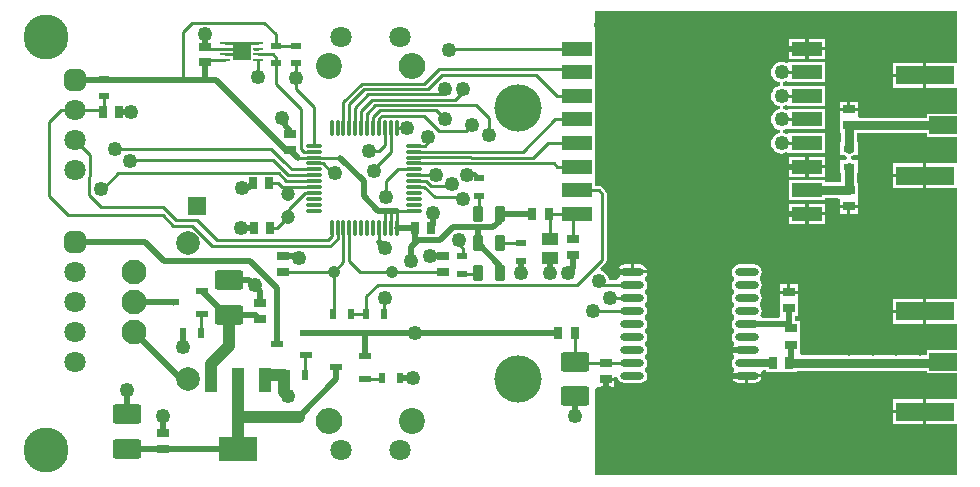
<source format=gtl>
G04*
G04 #@! TF.GenerationSoftware,Altium Limited,Altium Designer,18.1.1 (9)*
G04*
G04 Layer_Physical_Order=1*
G04 Layer_Color=255*
%FSLAX42Y42*%
%MOMM*%
G71*
G01*
G75*
%ADD41C,4.00*%
%ADD42C,1.20*%
%ADD43R,1.00X2.15*%
%ADD44R,3.25X2.15*%
%ADD45R,0.95X0.60*%
%ADD46R,1.50X1.50*%
%ADD47R,0.85X0.25*%
%ADD48R,1.00X0.80*%
G04:AMPARAMS|DCode=49|XSize=1.66mm|YSize=2.42mm|CornerRadius=0.25mm|HoleSize=0mm|Usage=FLASHONLY|Rotation=270.000|XOffset=0mm|YOffset=0mm|HoleType=Round|Shape=RoundedRectangle|*
%AMROUNDEDRECTD49*
21,1,1.66,1.92,0,0,270.0*
21,1,1.16,2.42,0,0,270.0*
1,1,0.50,-0.96,-0.58*
1,1,0.50,-0.96,0.58*
1,1,0.50,0.96,0.58*
1,1,0.50,0.96,-0.58*
%
%ADD49ROUNDEDRECTD49*%
%ADD50R,0.80X1.00*%
%ADD51R,1.02X0.74*%
%ADD52O,1.45X0.30*%
%ADD53O,0.30X1.45*%
%ADD54R,0.60X0.95*%
%ADD55R,1.00X0.60*%
%ADD56R,0.74X1.02*%
%ADD57R,4.90X1.60*%
%ADD58R,2.35X1.50*%
%ADD59R,1.45X1.00*%
G04:AMPARAMS|DCode=60|XSize=0.86mm|YSize=1.35mm|CornerRadius=0.22mm|HoleSize=0mm|Usage=FLASHONLY|Rotation=0.000|XOffset=0mm|YOffset=0mm|HoleType=Round|Shape=RoundedRectangle|*
%AMROUNDEDRECTD60*
21,1,0.86,0.91,0,0,0.0*
21,1,0.42,1.35,0,0,0.0*
1,1,0.44,0.21,-0.46*
1,1,0.44,-0.21,-0.46*
1,1,0.44,-0.21,0.46*
1,1,0.44,0.21,0.46*
%
%ADD60ROUNDEDRECTD60*%
%ADD61R,2.50X1.20*%
%ADD62O,2.00X0.70*%
%ADD63C,0.25*%
%ADD64C,1.00*%
%ADD65C,0.80*%
%ADD66C,0.50*%
%ADD67C,0.70*%
%ADD68C,1.06*%
%ADD69C,1.80*%
%ADD70O,2.25X2.20*%
%ADD71C,2.20*%
G04:AMPARAMS|DCode=72|XSize=1.8mm|YSize=1.8mm|CornerRadius=0.45mm|HoleSize=0mm|Usage=FLASHONLY|Rotation=270.000|XOffset=0mm|YOffset=0mm|HoleType=Round|Shape=RoundedRectangle|*
%AMROUNDEDRECTD72*
21,1,1.80,0.90,0,0,270.0*
21,1,0.90,1.80,0,0,270.0*
1,1,0.90,-0.45,-0.45*
1,1,0.90,-0.45,0.45*
1,1,0.90,0.45,0.45*
1,1,0.90,0.45,-0.45*
%
%ADD72ROUNDEDRECTD72*%
%ADD73C,2.00*%
%ADD74C,2.10*%
%ADD75C,1.25*%
%ADD76C,3.80*%
%ADD77C,1.00*%
G36*
X7964Y3555D02*
X7963Y3530D01*
X7939Y3530D01*
X7705D01*
Y3425D01*
Y3320D01*
X7939D01*
X7963Y3320D01*
X7964Y3295D01*
Y3100D01*
X7707D01*
Y3066D01*
X7149D01*
X7125Y3070D01*
X7125Y3091D01*
Y3122D01*
X7050D01*
X6975D01*
Y3090D01*
X6975Y3070D01*
X6975Y3045D01*
Y2935D01*
X6984D01*
Y2855D01*
X6977D01*
Y2745D01*
X7015D01*
X7017Y2743D01*
X7029Y2738D01*
X7031Y2725D01*
X7029Y2712D01*
X7017Y2707D01*
X7015Y2705D01*
X6977D01*
Y2595D01*
X6984D01*
Y2516D01*
X6845D01*
Y2535D01*
X6545D01*
Y2365D01*
X6845D01*
Y2384D01*
X6951D01*
X6975Y2380D01*
X6975Y2359D01*
Y2328D01*
X7125D01*
Y2360D01*
X7125Y2380D01*
X7125Y2405D01*
Y2515D01*
X7116D01*
Y2595D01*
X7123D01*
Y2705D01*
X7085D01*
X7083Y2707D01*
X7071Y2712D01*
X7069Y2725D01*
X7071Y2738D01*
X7083Y2743D01*
X7085Y2745D01*
X7123D01*
Y2855D01*
X7116D01*
Y2934D01*
X7707D01*
Y2900D01*
X7964D01*
Y2705D01*
X7963Y2680D01*
X7939Y2680D01*
X7705D01*
Y2575D01*
Y2470D01*
X7939D01*
X7963Y2470D01*
X7964Y2445D01*
Y1555D01*
X7963Y1530D01*
X7939Y1530D01*
X7705D01*
Y1425D01*
Y1320D01*
X7939D01*
X7963Y1320D01*
X7964Y1295D01*
Y1100D01*
X7707D01*
Y1056D01*
X6653D01*
X6636Y1074D01*
Y1196D01*
X6636Y1199D01*
Y1221D01*
X6636Y1224D01*
Y1346D01*
X6591D01*
Y1387D01*
X6615D01*
Y1497D01*
X6615Y1518D01*
X6615Y1543D01*
Y1575D01*
X6465D01*
Y1543D01*
X6465Y1522D01*
X6465Y1497D01*
Y1387D01*
X6446Y1371D01*
X6313D01*
X6300Y1396D01*
X6307Y1406D01*
X6312Y1430D01*
X6307Y1454D01*
X6294Y1474D01*
Y1496D01*
X6307Y1516D01*
X6312Y1540D01*
X6307Y1564D01*
X6294Y1584D01*
Y1606D01*
X6307Y1626D01*
X6312Y1650D01*
X6307Y1674D01*
X6294Y1694D01*
Y1716D01*
X6307Y1736D01*
X6312Y1760D01*
X6307Y1784D01*
X6294Y1804D01*
X6274Y1817D01*
X6250Y1822D01*
X6120D01*
X6096Y1817D01*
X6076Y1804D01*
X6063Y1784D01*
X6058Y1760D01*
X6063Y1736D01*
X6076Y1716D01*
Y1694D01*
X6063Y1674D01*
X6058Y1650D01*
X6063Y1626D01*
X6076Y1606D01*
Y1584D01*
X6063Y1564D01*
X6058Y1540D01*
X6063Y1516D01*
X6076Y1496D01*
Y1474D01*
X6063Y1454D01*
X6058Y1430D01*
X6063Y1406D01*
X6073Y1391D01*
X6075Y1375D01*
X6073Y1359D01*
X6063Y1344D01*
X6058Y1320D01*
X6063Y1296D01*
X6076Y1276D01*
Y1254D01*
X6063Y1234D01*
X6058Y1210D01*
X6063Y1186D01*
X6076Y1166D01*
Y1144D01*
X6063Y1124D01*
X6061Y1113D01*
X6185D01*
Y1087D01*
X6061D01*
X6063Y1076D01*
X6076Y1056D01*
Y1034D01*
X6063Y1014D01*
X6058Y990D01*
X6063Y966D01*
X6076Y946D01*
Y924D01*
X6063Y904D01*
X6061Y893D01*
X6185D01*
X6309D01*
X6307Y904D01*
X6320Y928D01*
X6345D01*
Y915D01*
X6455D01*
X6475Y915D01*
X6500Y915D01*
X6610D01*
Y924D01*
X7707D01*
Y900D01*
X7964D01*
Y705D01*
X7963Y680D01*
X7939Y680D01*
X7705D01*
Y575D01*
Y470D01*
X7939D01*
X7963Y470D01*
X7964Y445D01*
Y36D01*
X4900D01*
Y766D01*
X4915Y785D01*
X4925Y785D01*
X4977D01*
Y850D01*
X4990D01*
Y863D01*
X5065D01*
Y868D01*
X5090Y870D01*
X5093Y856D01*
X5106Y836D01*
X5126Y823D01*
X5150Y818D01*
X5280D01*
X5304Y823D01*
X5324Y836D01*
X5337Y856D01*
X5342Y880D01*
X5337Y904D01*
X5324Y924D01*
Y946D01*
X5337Y966D01*
X5342Y990D01*
X5337Y1014D01*
X5324Y1034D01*
Y1056D01*
X5337Y1076D01*
X5342Y1100D01*
X5337Y1124D01*
X5324Y1144D01*
Y1166D01*
X5337Y1186D01*
X5342Y1210D01*
X5337Y1234D01*
X5324Y1254D01*
Y1276D01*
X5337Y1296D01*
X5342Y1320D01*
X5337Y1344D01*
X5327Y1359D01*
X5325Y1375D01*
X5327Y1391D01*
X5337Y1406D01*
X5342Y1430D01*
X5337Y1454D01*
X5324Y1474D01*
Y1496D01*
X5337Y1516D01*
X5342Y1540D01*
X5337Y1564D01*
X5324Y1584D01*
Y1606D01*
X5337Y1626D01*
X5342Y1650D01*
X5337Y1674D01*
X5324Y1694D01*
Y1716D01*
X5337Y1736D01*
X5339Y1747D01*
X5215D01*
X5091D01*
X5093Y1736D01*
X5106Y1716D01*
Y1712D01*
X5083Y1689D01*
X5018D01*
X5016Y1703D01*
X5007Y1724D01*
X4993Y1743D01*
X4974Y1757D01*
X4955Y1765D01*
X4951Y1772D01*
X4946Y1792D01*
X4987Y1833D01*
X4996Y1845D01*
X4999Y1860D01*
Y2420D01*
X4996Y2435D01*
X4987Y2447D01*
X4957Y2477D01*
X4945Y2486D01*
X4930Y2489D01*
X4900D01*
Y3964D01*
X7964D01*
Y3555D01*
D02*
G37*
%LPC*%
G36*
X6845Y3735D02*
X6708D01*
Y3663D01*
X6845D01*
Y3735D01*
D02*
G37*
G36*
X6682D02*
X6545D01*
Y3663D01*
X6682D01*
Y3735D01*
D02*
G37*
G36*
X6845Y3637D02*
X6708D01*
Y3565D01*
X6845D01*
Y3637D01*
D02*
G37*
G36*
X6682D02*
X6545D01*
Y3565D01*
X6682D01*
Y3637D01*
D02*
G37*
G36*
X7680Y3530D02*
X7422D01*
Y3438D01*
X7680D01*
Y3530D01*
D02*
G37*
G36*
X6480Y3539D02*
X6457Y3536D01*
X6436Y3527D01*
X6417Y3513D01*
X6403Y3494D01*
X6394Y3473D01*
X6391Y3450D01*
X6394Y3427D01*
X6403Y3406D01*
X6417Y3387D01*
X6436Y3373D01*
X6457Y3364D01*
X6465Y3363D01*
X6470Y3363D01*
Y3337D01*
X6465Y3337D01*
X6457Y3336D01*
X6436Y3327D01*
X6417Y3313D01*
X6403Y3294D01*
X6394Y3273D01*
X6391Y3250D01*
X6394Y3227D01*
X6403Y3206D01*
X6417Y3187D01*
X6436Y3173D01*
X6457Y3164D01*
X6465Y3163D01*
X6470Y3163D01*
Y3137D01*
X6465Y3137D01*
X6457Y3136D01*
X6436Y3127D01*
X6417Y3113D01*
X6403Y3094D01*
X6394Y3073D01*
X6391Y3050D01*
X6394Y3027D01*
X6403Y3006D01*
X6417Y2987D01*
X6436Y2973D01*
X6457Y2964D01*
X6465Y2963D01*
X6470Y2963D01*
Y2937D01*
X6465Y2937D01*
X6457Y2936D01*
X6436Y2927D01*
X6417Y2913D01*
X6403Y2894D01*
X6394Y2873D01*
X6391Y2850D01*
X6394Y2827D01*
X6403Y2806D01*
X6417Y2787D01*
X6436Y2773D01*
X6457Y2764D01*
X6480Y2761D01*
X6503Y2764D01*
X6520Y2771D01*
X6545Y2765D01*
Y2765D01*
X6845D01*
Y2935D01*
X6545D01*
X6545Y2935D01*
X6520Y2929D01*
X6503Y2936D01*
X6495Y2937D01*
X6490Y2937D01*
Y2963D01*
X6495Y2963D01*
X6503Y2964D01*
X6520Y2971D01*
X6545Y2965D01*
Y2965D01*
X6845D01*
Y3135D01*
X6545D01*
X6545Y3135D01*
X6520Y3129D01*
X6503Y3136D01*
X6495Y3137D01*
X6490Y3137D01*
Y3163D01*
X6495Y3163D01*
X6503Y3164D01*
X6520Y3171D01*
X6545Y3165D01*
Y3165D01*
X6845D01*
Y3335D01*
X6545D01*
X6545Y3335D01*
X6520Y3329D01*
X6503Y3336D01*
X6495Y3337D01*
X6490Y3337D01*
Y3363D01*
X6495Y3363D01*
X6503Y3364D01*
X6520Y3371D01*
X6545Y3365D01*
Y3365D01*
X6845D01*
Y3535D01*
X6545D01*
X6545Y3535D01*
X6520Y3529D01*
X6503Y3536D01*
X6480Y3539D01*
D02*
G37*
G36*
X7680Y3412D02*
X7422D01*
Y3320D01*
X7680D01*
Y3412D01*
D02*
G37*
G36*
X7125Y3200D02*
X7063D01*
Y3148D01*
X7125D01*
Y3200D01*
D02*
G37*
G36*
X7037D02*
X6975D01*
Y3148D01*
X7037D01*
Y3200D01*
D02*
G37*
G36*
X6845Y2735D02*
X6708D01*
Y2663D01*
X6845D01*
Y2735D01*
D02*
G37*
G36*
X6682D02*
X6545D01*
Y2663D01*
X6682D01*
Y2735D01*
D02*
G37*
G36*
X7680Y2680D02*
X7422D01*
Y2588D01*
X7680D01*
Y2680D01*
D02*
G37*
G36*
X6845Y2637D02*
X6708D01*
Y2565D01*
X6845D01*
Y2637D01*
D02*
G37*
G36*
X6682D02*
X6545D01*
Y2565D01*
X6682D01*
Y2637D01*
D02*
G37*
G36*
X7680Y2562D02*
X7422D01*
Y2470D01*
X7680D01*
Y2562D01*
D02*
G37*
G36*
X6845Y2335D02*
X6708D01*
Y2263D01*
X6845D01*
Y2335D01*
D02*
G37*
G36*
X6682D02*
X6545D01*
Y2263D01*
X6682D01*
Y2335D01*
D02*
G37*
G36*
X7125Y2302D02*
X7063D01*
Y2250D01*
X7125D01*
Y2302D01*
D02*
G37*
G36*
X7037D02*
X6975D01*
Y2250D01*
X7037D01*
Y2302D01*
D02*
G37*
G36*
X6845Y2237D02*
X6708D01*
Y2165D01*
X6845D01*
Y2237D01*
D02*
G37*
G36*
X6682D02*
X6545D01*
Y2165D01*
X6682D01*
Y2237D01*
D02*
G37*
G36*
X5280Y1822D02*
X5228D01*
Y1773D01*
X5339D01*
X5337Y1784D01*
X5324Y1804D01*
X5304Y1817D01*
X5280Y1822D01*
D02*
G37*
G36*
X5202D02*
X5150D01*
X5126Y1817D01*
X5106Y1804D01*
X5093Y1784D01*
X5091Y1773D01*
X5202D01*
Y1822D01*
D02*
G37*
G36*
X6615Y1653D02*
X6553D01*
Y1600D01*
X6615D01*
Y1653D01*
D02*
G37*
G36*
X6527D02*
X6465D01*
Y1600D01*
X6527D01*
Y1653D01*
D02*
G37*
G36*
X7680Y1530D02*
X7422D01*
Y1438D01*
X7680D01*
Y1530D01*
D02*
G37*
G36*
Y1412D02*
X7422D01*
Y1320D01*
X7680D01*
Y1412D01*
D02*
G37*
G36*
X6309Y867D02*
X6198D01*
Y818D01*
X6250D01*
X6274Y823D01*
X6294Y836D01*
X6307Y856D01*
X6309Y867D01*
D02*
G37*
G36*
X6172D02*
X6061D01*
X6063Y856D01*
X6076Y836D01*
X6096Y823D01*
X6120Y818D01*
X6172D01*
Y867D01*
D02*
G37*
G36*
X5065Y837D02*
X5003D01*
Y785D01*
X5065D01*
Y837D01*
D02*
G37*
G36*
X7680Y680D02*
X7422D01*
Y588D01*
X7680D01*
Y680D01*
D02*
G37*
G36*
Y562D02*
X7422D01*
Y470D01*
X7680D01*
Y562D01*
D02*
G37*
%LPD*%
D41*
X4250Y850D02*
D03*
Y3150D02*
D03*
D42*
X2300Y2420D02*
D03*
Y2220D02*
D03*
D43*
X2110Y843D02*
D03*
X1880D02*
D03*
X1650D02*
D03*
D44*
X1880Y258D02*
D03*
D45*
X2370Y3675D02*
D03*
Y3525D02*
D03*
X2200Y3675D02*
D03*
Y3525D02*
D03*
X740Y3395D02*
D03*
Y3245D02*
D03*
X4270Y1855D02*
D03*
Y2005D02*
D03*
X7050Y2800D02*
D03*
Y2650D02*
D03*
X3770Y1745D02*
D03*
Y1895D02*
D03*
X3920Y2405D02*
D03*
Y2555D02*
D03*
D46*
X1908Y3625D02*
D03*
X1530Y2320D02*
D03*
D47*
X1766Y3700D02*
D03*
Y3650D02*
D03*
Y3600D02*
D03*
Y3550D02*
D03*
X2050Y3700D02*
D03*
Y3650D02*
D03*
Y3600D02*
D03*
Y3550D02*
D03*
D48*
X1600Y3667D02*
D03*
Y3533D02*
D03*
X6540Y1588D02*
D03*
Y1452D02*
D03*
X2320Y2790D02*
D03*
Y2925D02*
D03*
X2260Y1895D02*
D03*
Y1760D02*
D03*
X2060Y1362D02*
D03*
Y1498D02*
D03*
X1240Y260D02*
D03*
Y395D02*
D03*
X7050Y3135D02*
D03*
Y3000D02*
D03*
Y2450D02*
D03*
Y2315D02*
D03*
X4710Y2038D02*
D03*
Y1902D02*
D03*
X3610Y1895D02*
D03*
Y1760D02*
D03*
X4990Y985D02*
D03*
Y850D02*
D03*
D49*
X1800Y1393D02*
D03*
Y1688D02*
D03*
X940Y262D02*
D03*
Y557D02*
D03*
X4730Y1000D02*
D03*
Y705D02*
D03*
D50*
X6410Y990D02*
D03*
X6545D02*
D03*
X868Y3110D02*
D03*
X732D02*
D03*
X2005Y2510D02*
D03*
X2140D02*
D03*
X2012Y2130D02*
D03*
X2148D02*
D03*
X3372D02*
D03*
X3508D02*
D03*
D51*
X6560Y1136D02*
D03*
Y1284D02*
D03*
D52*
X2523Y2277D02*
D03*
Y2327D02*
D03*
Y2377D02*
D03*
Y2427D02*
D03*
Y2477D02*
D03*
Y2527D02*
D03*
Y2577D02*
D03*
Y2627D02*
D03*
Y2677D02*
D03*
Y2727D02*
D03*
Y2777D02*
D03*
Y2827D02*
D03*
X3367D02*
D03*
Y2777D02*
D03*
Y2727D02*
D03*
Y2677D02*
D03*
Y2627D02*
D03*
Y2577D02*
D03*
Y2527D02*
D03*
Y2477D02*
D03*
Y2427D02*
D03*
Y2377D02*
D03*
Y2327D02*
D03*
Y2277D02*
D03*
D53*
X2670Y2975D02*
D03*
X2720D02*
D03*
X2770D02*
D03*
X2820D02*
D03*
X2870D02*
D03*
X2920D02*
D03*
X2970D02*
D03*
X3020D02*
D03*
X3070D02*
D03*
X3120D02*
D03*
X3170D02*
D03*
X3220D02*
D03*
Y2130D02*
D03*
X3170D02*
D03*
X3120D02*
D03*
X3070D02*
D03*
X3020D02*
D03*
X2970D02*
D03*
X2920D02*
D03*
X2870D02*
D03*
X2820D02*
D03*
X2770D02*
D03*
X2720D02*
D03*
X2670D02*
D03*
D54*
X3115Y1400D02*
D03*
X2965D02*
D03*
X2835D02*
D03*
X2685D02*
D03*
X1410Y1240D02*
D03*
X1560D02*
D03*
X2295Y890D02*
D03*
X2445D02*
D03*
X3245Y860D02*
D03*
X3095D02*
D03*
D55*
X1330Y1500D02*
D03*
X1570Y1595D02*
D03*
Y1405D02*
D03*
X2450Y1055D02*
D03*
Y1245D02*
D03*
X2210Y1150D02*
D03*
X2950Y855D02*
D03*
Y1045D02*
D03*
X2710Y950D02*
D03*
D56*
X4733Y1240D02*
D03*
X4587D02*
D03*
X4367Y2250D02*
D03*
X4513D02*
D03*
D57*
X7693Y1425D02*
D03*
Y575D02*
D03*
Y2575D02*
D03*
Y3425D02*
D03*
D58*
X7850Y1000D02*
D03*
Y3000D02*
D03*
D59*
X4520Y2040D02*
D03*
Y1880D02*
D03*
D60*
X4094Y2250D02*
D03*
X3906D02*
D03*
Y2000D02*
D03*
X4094D02*
D03*
X3906Y1750D02*
D03*
X4094D02*
D03*
D61*
X6695Y2250D02*
D03*
Y2450D02*
D03*
Y2650D02*
D03*
Y2850D02*
D03*
Y3050D02*
D03*
Y3250D02*
D03*
Y3450D02*
D03*
Y3650D02*
D03*
X4745Y2250D02*
D03*
Y2450D02*
D03*
Y2650D02*
D03*
Y2850D02*
D03*
Y3050D02*
D03*
Y3250D02*
D03*
Y3450D02*
D03*
Y3650D02*
D03*
D62*
X5215Y1760D02*
D03*
Y1650D02*
D03*
Y1540D02*
D03*
Y1430D02*
D03*
Y1320D02*
D03*
Y1210D02*
D03*
Y1100D02*
D03*
Y990D02*
D03*
Y880D02*
D03*
X6185Y1760D02*
D03*
Y1650D02*
D03*
Y1540D02*
D03*
Y1430D02*
D03*
Y1320D02*
D03*
Y1210D02*
D03*
Y1100D02*
D03*
Y990D02*
D03*
Y880D02*
D03*
D63*
X3858Y2583D02*
X3875Y2600D01*
X2110Y843D02*
X2158Y890D01*
X3090Y855D02*
X3095Y860D01*
X2950Y855D02*
X3090D01*
X1800Y1357D02*
X1835Y1393D01*
X1875Y262D02*
X1880Y258D01*
X4960Y1650D02*
X5215D01*
X4930Y1680D02*
X4960Y1650D01*
X3508Y2577D02*
X3530Y2600D01*
X4750Y1650D02*
X4960Y1860D01*
X4880Y1430D02*
X5215D01*
X5215Y1430D01*
X3542Y2390D02*
X3770D01*
X3511Y2485D02*
X3675D01*
X3690Y2500D01*
X3454Y2477D02*
X3542Y2390D01*
X3367Y2477D02*
X3454D01*
X3468Y2527D02*
X3511Y2485D01*
X3367Y2527D02*
X3468D01*
X3813Y2583D02*
X3858D01*
X3834Y2683D02*
X3839Y2677D01*
X3766Y2683D02*
X3834D01*
X3761Y2677D02*
X3766Y2683D01*
X3770Y2390D02*
X3780Y2380D01*
X3367Y2677D02*
X3761D01*
X3368Y2728D02*
X3853D01*
X3368Y2777D02*
X4287D01*
X3458Y2827D02*
X3490Y2860D01*
X3367Y2827D02*
X3458D01*
X3750Y1990D02*
Y2030D01*
X3839Y2677D02*
X4553D01*
X3854Y2727D02*
X4378D01*
X3853Y2728D02*
X3854Y2727D01*
X3183Y1755D02*
X3605D01*
X3610Y1760D01*
X3178D02*
X3183Y1755D01*
X3490Y2860D02*
Y2900D01*
X3580Y2950D02*
X3810D01*
X3450Y3080D02*
X3580Y2950D01*
X3094Y3080D02*
X3450D01*
X3889Y3171D02*
X4000Y3060D01*
Y2920D02*
Y3060D01*
X3605Y3430D02*
X4400D01*
X3482Y3307D02*
X3605Y3430D01*
X2947Y3307D02*
X3482D01*
X3453Y3353D02*
X3580Y3480D01*
X2923Y3353D02*
X3453D01*
X3580Y3480D02*
X4715D01*
X3689Y3215D02*
X3691Y3216D01*
X3591Y3215D02*
X3689D01*
X3708Y3170D02*
X3709Y3171D01*
X3572Y3170D02*
X3708D01*
X3553Y3126D02*
X3628Y3050D01*
X3630D01*
X3076Y3126D02*
X3553D01*
X3571Y3171D02*
X3572Y3170D01*
X3041Y3171D02*
X3571D01*
X3589Y3216D02*
X3591Y3215D01*
X3016Y3216D02*
X3589D01*
X3630Y3290D02*
Y3310D01*
X3602Y3262D02*
X3630Y3290D01*
X3709Y3171D02*
X3889D01*
X3691Y3216D02*
X3716D01*
X4400Y3430D02*
X4580Y3250D01*
X4715Y3480D02*
X4745Y3450D01*
X3010Y2610D02*
X3170Y2770D01*
Y2975D01*
X3010Y2610D02*
X3030D01*
X2523Y2727D02*
X2742D01*
X1410Y3381D02*
Y3790D01*
X1490Y3870D01*
X2100D01*
X2200Y3770D01*
Y3675D02*
Y3770D01*
Y3675D02*
X2370D01*
X1617Y3650D02*
X1766D01*
X1600Y3667D02*
X1617Y3650D01*
X1600Y3391D02*
X1610Y3381D01*
X1600Y3533D02*
X1617Y3550D01*
X1766D01*
X1883Y3600D02*
X1908Y3625D01*
X1766Y3600D02*
X1883D01*
X1833Y3700D02*
X1883Y3650D01*
X1908Y3625D01*
X1766Y3650D02*
X1883D01*
X1766Y3700D02*
X1833D01*
X1908Y3625D02*
X1983Y3700D01*
X2050D01*
X2016Y3650D02*
X2050D01*
X2200Y3525D02*
Y3570D01*
X2170Y3600D02*
X2200Y3570D01*
X2050Y3600D02*
X2170D01*
X2370Y3400D02*
Y3525D01*
Y3310D02*
Y3400D01*
X2050Y3410D02*
Y3550D01*
X2370Y3310D02*
X2523Y3158D01*
Y2827D02*
Y3158D01*
X2200Y3350D02*
Y3525D01*
Y3350D02*
X2410Y3140D01*
Y3097D02*
Y3140D01*
Y3097D02*
X2412Y3094D01*
Y2800D02*
Y3094D01*
Y2800D02*
X2435Y2777D01*
X2523D01*
X6545Y990D02*
X6560Y1005D01*
X6410Y990D02*
X6410Y990D01*
X6533Y1320D02*
X6540Y1314D01*
X3072Y2975D02*
Y3058D01*
X3810Y2950D02*
X3860Y3000D01*
X716Y3127D02*
X740Y3151D01*
Y3245D01*
X500Y3127D02*
X716D01*
X3750Y1990D02*
X3780Y1960D01*
X2383Y2727D02*
X2523D01*
X2597Y2677D02*
X2675Y2600D01*
X2523Y2677D02*
X2597D01*
X1800Y1393D02*
X1835D01*
X2333Y2627D02*
X2523D01*
X2287Y2527D02*
X2523D01*
X2448Y2427D02*
X2523D01*
X2311Y2291D02*
X2448Y2427D01*
X2302Y2577D02*
X2523D01*
X2170Y2710D02*
X2302Y2577D01*
X2222Y2593D02*
X2287Y2527D01*
X2260Y2700D02*
X2333Y2627D01*
X2160Y2800D02*
X2260Y2700D01*
X850Y2800D02*
X2160Y2800D01*
X960Y2710D02*
X2170D01*
X3070Y2010D02*
Y2130D01*
X4265Y2000D02*
X4270Y2005D01*
X4094Y2000D02*
X4265D01*
X3901Y1745D02*
X3906Y1750D01*
X3770Y1745D02*
X3901D01*
X3780Y1910D02*
Y1960D01*
X863Y2593D02*
X2222Y2593D01*
X740Y2470D02*
X863Y2593D01*
X500Y2873D02*
X623Y2750D01*
Y2568D02*
Y2750D01*
X620Y2565D02*
X623Y2568D01*
X620Y2410D02*
Y2565D01*
Y2410D02*
X720Y2310D01*
X4740Y990D02*
X5215D01*
X4730Y1000D02*
X4733Y1003D01*
Y1240D01*
X4730Y1000D02*
X4740Y990D01*
X3875Y2600D02*
X3920Y2555D01*
X3367Y2727D02*
X3368Y2728D01*
X3367Y2577D02*
X3508D01*
X5030Y1540D02*
X5215D01*
X7050Y2450D02*
X7050Y2450D01*
X3130Y2390D02*
Y2530D01*
Y2380D02*
Y2390D01*
X3310Y2975D02*
X3325D01*
X3220D02*
X3310D01*
X3130Y2530D02*
X3228Y2627D01*
X3367D01*
X2990Y2780D02*
X3070D01*
X3120Y2830D01*
Y2975D01*
X3020Y3070D02*
X3076Y3126D01*
X4287Y2777D02*
X4560Y3050D01*
X3367Y2777D02*
X3368Y2777D01*
X3716Y3216D02*
X3790Y3290D01*
X3660Y3650D02*
X4745D01*
X2982Y3262D02*
X3602D01*
X3072Y3058D02*
X3094Y3080D01*
X3070Y2975D02*
X3072D01*
X2770Y3200D02*
X2923Y3353D01*
X2820Y3180D02*
X2947Y3307D01*
X2870Y3150D02*
X2982Y3262D01*
X2920Y3120D02*
X3016Y3216D01*
X2970Y3100D02*
X3041Y3171D01*
X4580Y2650D02*
X4745D01*
X4553Y2677D02*
X4580Y2650D01*
X4500Y2850D02*
X4745D01*
X4378Y2727D02*
X4500Y2850D01*
X4560Y3050D02*
X4745D01*
X4580Y3250D02*
X4745D01*
X3020Y2975D02*
Y3070D01*
X2970Y2975D02*
Y3100D01*
X2920Y2975D02*
Y3120D01*
X2870Y2975D02*
Y3150D01*
X2820Y2975D02*
Y3180D01*
X2770Y2975D02*
Y3200D01*
X6480Y2850D02*
X6695D01*
X6480Y3050D02*
X6695D01*
X6480Y3250D02*
X6695D01*
X6480Y3450D02*
X6695D01*
X2965Y1400D02*
Y1555D01*
X3060Y1650D01*
X3863D01*
X3863Y1650D01*
X4750D01*
X4960Y1860D02*
Y2420D01*
X4930Y2450D02*
X4960Y2420D01*
X4745Y2450D02*
X4930D01*
X4513Y2230D02*
X4533Y2250D01*
X4745D01*
X4513Y2230D02*
X4520Y2224D01*
Y2040D02*
Y2224D01*
X4710Y2215D02*
X4745Y2250D01*
X4710Y2038D02*
Y2215D01*
X2835Y1400D02*
X2965D01*
X3115Y1535D02*
X3120Y1540D01*
X3115Y1400D02*
Y1535D01*
X2685Y1400D02*
X2690Y1405D01*
Y1760D01*
X3906Y2250D02*
X3920Y2264D01*
Y2405D01*
X3906Y1750D02*
X3920Y1764D01*
X3120Y2130D02*
Y2277D01*
X1530Y2200D02*
X1700Y2030D01*
X1658Y1980D02*
X2660D01*
X1488Y2150D02*
X1658Y1980D01*
X1700Y2030D02*
X2640D01*
X3220Y2277D02*
X3367D01*
X3220Y2130D02*
Y2277D01*
X3170Y2130D02*
Y2277D01*
X2300Y2477D02*
X2523D01*
X2252D02*
X2300D01*
X2220Y2510D02*
X2252Y2477D01*
X2140Y2510D02*
X2220D01*
X1330Y2150D02*
X1488D01*
X1240Y2240D02*
X1330Y2150D01*
X1350Y2200D02*
X1530D01*
X1240Y2310D02*
X1350Y2200D01*
X720Y2310D02*
X1240D01*
X440Y2240D02*
X1240D01*
X377Y3127D02*
X500D01*
X280Y3030D02*
X377Y3127D01*
X280Y2400D02*
Y3030D01*
Y2400D02*
X440Y2240D01*
X2660Y1980D02*
X2720Y2040D01*
Y2130D01*
X2640Y2030D02*
X2670Y2060D01*
Y2130D01*
X2910Y1760D02*
X3178D01*
X2820Y1850D02*
X2910Y1760D01*
X2820Y1850D02*
Y2130D01*
X2690Y1760D02*
X2770Y1840D01*
Y2130D01*
X2260Y1760D02*
X2690D01*
X2148Y2130D02*
X2210D01*
X2300Y2220D01*
X2311Y2231D02*
Y2291D01*
X2300Y2220D02*
X2311Y2231D01*
X2300Y2420D02*
Y2477D01*
X2445Y1050D02*
X2450Y1055D01*
X2445Y890D02*
Y1050D01*
X1773Y1393D02*
X1800D01*
X1560Y1395D02*
X1570Y1405D01*
X1560Y1240D02*
Y1395D01*
X1320Y1500D02*
X1330Y1490D01*
D64*
X2270Y740D02*
Y885D01*
Y740D02*
X2300Y710D01*
X2158Y890D02*
X2265D01*
X1800Y1130D02*
Y1357D01*
X1650Y980D02*
X1800Y1130D01*
X1650Y843D02*
Y980D01*
X1880Y258D02*
Y843D01*
X1890Y530D02*
X2390D01*
D65*
X2265Y890D02*
X2270Y885D01*
X6560Y990D02*
X7840D01*
X7050Y3000D02*
X7850D01*
X7050Y2800D02*
Y3000D01*
Y2450D02*
Y2650D01*
X6695Y2450D02*
X7050D01*
D66*
X3245Y860D02*
X3360D01*
X3375Y1245D02*
X4587D01*
X2950D02*
X3375D01*
X2450D02*
X2950D01*
Y1045D02*
Y1245D01*
X940Y262D02*
X1875D01*
X2390Y530D02*
X2710Y850D01*
Y950D01*
X940Y557D02*
Y750D01*
X1240Y395D02*
Y540D01*
X2250Y3060D02*
X2273Y3083D01*
Y3002D02*
Y3083D01*
Y3002D02*
X2320Y2955D01*
X5060Y1760D02*
X5215D01*
X3697Y2138D02*
X4038D01*
X3590Y2030D02*
X3697Y2138D01*
X4038D02*
X4094Y2193D01*
X3340Y1970D02*
X3400Y2030D01*
X3340Y1850D02*
Y1970D01*
X3380Y2030D02*
X3590D01*
X3380D02*
Y2123D01*
X3508Y2130D02*
X3530Y2152D01*
Y2260D01*
X2940Y2400D02*
Y2530D01*
X2742Y2727D02*
X2940Y2530D01*
X3062Y2277D02*
X3170D01*
X2940Y2400D02*
X3062Y2277D01*
X1910Y2470D02*
X1965D01*
X2005Y2510D01*
X1410Y3381D02*
X1610D01*
X500D02*
X1410D01*
X1600Y3700D02*
Y3770D01*
X1610Y3381D02*
X1689D01*
X1600Y3391D02*
Y3533D01*
X1689Y3381D02*
X2280Y2790D01*
X2320D01*
X6560Y1005D02*
Y1136D01*
X6540Y1314D02*
Y1452D01*
X6185Y1320D02*
X6533D01*
X868Y3110D02*
X970D01*
X3906Y2000D02*
Y2110D01*
X2320Y2790D02*
X2383Y2727D01*
X2675Y2600D02*
X2700D01*
X1835Y1393D02*
X2030D01*
X6020Y1100D02*
X6185D01*
X6185Y1100D01*
X6020Y880D02*
X6185D01*
X6480Y3650D02*
X6695D01*
X4990Y740D02*
Y850D01*
X4730Y540D02*
Y705D01*
X1900Y2130D02*
X2012D01*
X6470Y2250D02*
X6695D01*
X6480Y2650D02*
X6695D01*
X4670Y1750D02*
X4710Y1790D01*
Y1902D01*
X4520Y1750D02*
Y1880D01*
X4270Y1750D02*
Y1855D01*
X3070Y2010D02*
X3120Y1960D01*
X3505Y1895D02*
X3610D01*
X2260D02*
X2365D01*
X1410Y1120D02*
Y1240D01*
X1800Y1688D02*
X1973D01*
X2060Y1600D01*
Y1498D02*
Y1600D01*
X3906Y2000D02*
X4094Y1813D01*
Y1750D02*
Y1813D01*
Y2193D02*
Y2250D01*
X3372Y2130D02*
X3380Y2123D01*
X4094Y2250D02*
X4367D01*
X3220Y2130D02*
X3372D01*
X3170Y2277D02*
X3220D01*
X1250Y1850D02*
X1980D01*
X2210Y1150D02*
Y1620D01*
X1980Y1850D02*
X2210Y1620D01*
X1092Y2008D02*
X1250Y1850D01*
X500Y2008D02*
X1092D01*
X1396Y850D02*
X1450D01*
X1000Y1246D02*
X1396Y850D01*
X1570Y1595D02*
X1773Y1393D01*
X1000Y1500D02*
X1320D01*
D67*
X6185Y990D02*
X6410D01*
D68*
X2690Y1760D02*
D03*
X3178D02*
D03*
D69*
X3250Y3750D02*
D03*
X2750D02*
D03*
X500Y2619D02*
D03*
Y3127D02*
D03*
Y2873D02*
D03*
Y1500D02*
D03*
Y1754D02*
D03*
Y1246D02*
D03*
Y992D02*
D03*
X3250Y250D02*
D03*
X2750D02*
D03*
D70*
X3350Y3500D02*
D03*
X2650Y500D02*
D03*
D71*
X2650Y3500D02*
D03*
X3350Y500D02*
D03*
D72*
X500Y3381D02*
D03*
Y2008D02*
D03*
D73*
X1450Y850D02*
D03*
Y2000D02*
D03*
D74*
X1000Y1246D02*
D03*
Y1754D02*
D03*
Y1500D02*
D03*
D75*
X1240Y540D02*
D03*
X940Y760D02*
D03*
X2300Y710D02*
D03*
X2250Y3060D02*
D03*
X4930Y1680D02*
D03*
X5060Y1760D02*
D03*
X4880Y1430D02*
D03*
X3550Y2580D02*
D03*
X3813Y2583D02*
D03*
X3780Y2380D02*
D03*
X3750Y2030D02*
D03*
X3340Y1850D02*
D03*
X3490Y2900D02*
D03*
X4000Y2920D02*
D03*
X3630Y3310D02*
D03*
X3780Y3310D02*
D03*
X3530Y2260D02*
D03*
X3030Y2610D02*
D03*
X1910Y2470D02*
D03*
X1908Y3625D02*
D03*
X1600Y3770D02*
D03*
X2370Y3400D02*
D03*
X2050Y3410D02*
D03*
X6900Y2050D02*
D03*
X6700D02*
D03*
X6500D02*
D03*
X6300D02*
D03*
X6050Y750D02*
D03*
X6200D02*
D03*
X5900D02*
D03*
X7300Y650D02*
D03*
X7150Y3650D02*
D03*
X6950D02*
D03*
X7350Y3850D02*
D03*
X7150D02*
D03*
X6950D02*
D03*
X6750D02*
D03*
X6550D02*
D03*
X6350D02*
D03*
X6150D02*
D03*
X5950D02*
D03*
X5750D02*
D03*
X5550D02*
D03*
X5350D02*
D03*
X5150D02*
D03*
X4950D02*
D03*
X5300Y750D02*
D03*
X5150D02*
D03*
X7500Y3600D02*
D03*
X7350Y3500D02*
D03*
Y3350D02*
D03*
X7800Y3200D02*
D03*
X7650D02*
D03*
X7500D02*
D03*
X7350D02*
D03*
X7200D02*
D03*
X7060Y3310D02*
D03*
X7850Y2400D02*
D03*
X7700D02*
D03*
X7550D02*
D03*
X7400D02*
D03*
X7800Y2800D02*
D03*
X7650D02*
D03*
X7200Y2850D02*
D03*
X7500Y2800D02*
D03*
X7350D02*
D03*
X7250Y2750D02*
D03*
Y2600D02*
D03*
Y2450D02*
D03*
Y2300D02*
D03*
Y2150D02*
D03*
X7100D02*
D03*
X6950D02*
D03*
X6300Y2250D02*
D03*
Y2450D02*
D03*
Y2650D02*
D03*
X6000Y1000D02*
D03*
X5900Y900D02*
D03*
Y1050D02*
D03*
Y1200D02*
D03*
Y1350D02*
D03*
Y1500D02*
D03*
Y1650D02*
D03*
Y1800D02*
D03*
X6450Y2450D02*
D03*
X7300Y500D02*
D03*
X7400Y400D02*
D03*
Y750D02*
D03*
X7550D02*
D03*
Y400D02*
D03*
X7850Y750D02*
D03*
X7700D02*
D03*
X7400Y1250D02*
D03*
X7850D02*
D03*
X7700D02*
D03*
X7550D02*
D03*
X7300Y1350D02*
D03*
Y1500D02*
D03*
X7400Y1600D02*
D03*
X7550D02*
D03*
X7700D02*
D03*
X7850D02*
D03*
X7650Y850D02*
D03*
X7450D02*
D03*
X7250D02*
D03*
X7050D02*
D03*
X6800D02*
D03*
X6600D02*
D03*
X6400D02*
D03*
X6380Y1440D02*
D03*
X3860Y3000D02*
D03*
X970Y3110D02*
D03*
X6020Y1100D02*
D03*
X6020Y880D02*
D03*
X6480Y3650D02*
D03*
X4990Y740D02*
D03*
X4730Y540D02*
D03*
X3360Y860D02*
D03*
X1900Y2130D02*
D03*
X1530Y2320D02*
D03*
X6490Y2250D02*
D03*
X6480Y2650D02*
D03*
X4270Y1750D02*
D03*
X4520D02*
D03*
X4670D02*
D03*
X3690Y2500D02*
D03*
X2700Y2600D02*
D03*
X3120Y1960D02*
D03*
X3505Y1895D02*
D03*
X2390Y1880D02*
D03*
X1410Y1120D02*
D03*
X2020Y1650D02*
D03*
X960Y2700D02*
D03*
X720Y2460D02*
D03*
X840Y2800D02*
D03*
X3375Y1245D02*
D03*
X5030Y1540D02*
D03*
X3130Y2390D02*
D03*
X2990Y2780D02*
D03*
X3310Y2975D02*
D03*
X3630Y3050D02*
D03*
X3660Y3640D02*
D03*
X6480Y2850D02*
D03*
Y3050D02*
D03*
Y3250D02*
D03*
Y3450D02*
D03*
X3120Y1540D02*
D03*
D76*
X250Y250D02*
D03*
Y3750D02*
D03*
X7750Y250D02*
D03*
Y3750D02*
D03*
D77*
X6900Y3450D02*
D03*
Y3250D02*
D03*
Y3050D02*
D03*
Y2850D02*
D03*
Y2650D02*
D03*
X7650Y1100D02*
D03*
X7450D02*
D03*
X7250D02*
D03*
X7050D02*
D03*
X6800Y1110D02*
D03*
M02*

</source>
